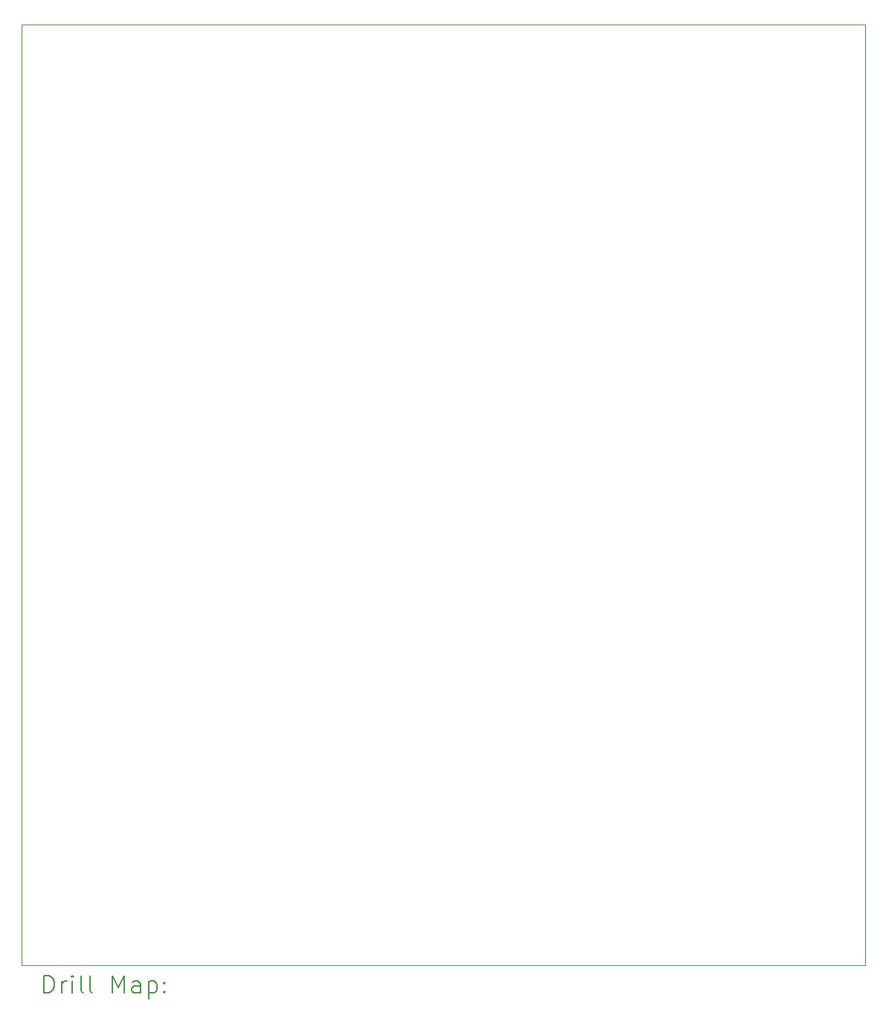
<source format=gbr>
%TF.GenerationSoftware,KiCad,Pcbnew,8.0.2*%
%TF.CreationDate,2024-08-26T09:48:10-06:00*%
%TF.ProjectId,Perfboard_1_Horizontal,50657266-626f-4617-9264-5f315f486f72,rev?*%
%TF.SameCoordinates,Original*%
%TF.FileFunction,Drillmap*%
%TF.FilePolarity,Positive*%
%FSLAX45Y45*%
G04 Gerber Fmt 4.5, Leading zero omitted, Abs format (unit mm)*
G04 Created by KiCad (PCBNEW 8.0.2) date 2024-08-26 09:48:10*
%MOMM*%
%LPD*%
G01*
G04 APERTURE LIST*
%ADD10C,0.050000*%
%ADD11C,0.025400*%
%ADD12C,0.200000*%
G04 APERTURE END LIST*
D10*
X10000000Y-13702000D02*
X10000000Y-3000000D01*
X10000000Y-3000000D02*
X19600000Y-3000000D01*
X19600000Y-3000000D02*
X19600000Y-13702000D01*
D11*
X19600000Y-13702000D02*
X10000000Y-13702000D01*
D12*
X10258277Y-14015984D02*
X10258277Y-13815984D01*
X10258277Y-13815984D02*
X10305896Y-13815984D01*
X10305896Y-13815984D02*
X10334467Y-13825508D01*
X10334467Y-13825508D02*
X10353515Y-13844555D01*
X10353515Y-13844555D02*
X10363039Y-13863603D01*
X10363039Y-13863603D02*
X10372563Y-13901698D01*
X10372563Y-13901698D02*
X10372563Y-13930269D01*
X10372563Y-13930269D02*
X10363039Y-13968365D01*
X10363039Y-13968365D02*
X10353515Y-13987412D01*
X10353515Y-13987412D02*
X10334467Y-14006460D01*
X10334467Y-14006460D02*
X10305896Y-14015984D01*
X10305896Y-14015984D02*
X10258277Y-14015984D01*
X10458277Y-14015984D02*
X10458277Y-13882650D01*
X10458277Y-13920746D02*
X10467801Y-13901698D01*
X10467801Y-13901698D02*
X10477324Y-13892174D01*
X10477324Y-13892174D02*
X10496372Y-13882650D01*
X10496372Y-13882650D02*
X10515420Y-13882650D01*
X10582086Y-14015984D02*
X10582086Y-13882650D01*
X10582086Y-13815984D02*
X10572563Y-13825508D01*
X10572563Y-13825508D02*
X10582086Y-13835031D01*
X10582086Y-13835031D02*
X10591610Y-13825508D01*
X10591610Y-13825508D02*
X10582086Y-13815984D01*
X10582086Y-13815984D02*
X10582086Y-13835031D01*
X10705896Y-14015984D02*
X10686848Y-14006460D01*
X10686848Y-14006460D02*
X10677324Y-13987412D01*
X10677324Y-13987412D02*
X10677324Y-13815984D01*
X10810658Y-14015984D02*
X10791610Y-14006460D01*
X10791610Y-14006460D02*
X10782086Y-13987412D01*
X10782086Y-13987412D02*
X10782086Y-13815984D01*
X11039229Y-14015984D02*
X11039229Y-13815984D01*
X11039229Y-13815984D02*
X11105896Y-13958841D01*
X11105896Y-13958841D02*
X11172563Y-13815984D01*
X11172563Y-13815984D02*
X11172563Y-14015984D01*
X11353515Y-14015984D02*
X11353515Y-13911222D01*
X11353515Y-13911222D02*
X11343991Y-13892174D01*
X11343991Y-13892174D02*
X11324943Y-13882650D01*
X11324943Y-13882650D02*
X11286848Y-13882650D01*
X11286848Y-13882650D02*
X11267801Y-13892174D01*
X11353515Y-14006460D02*
X11334467Y-14015984D01*
X11334467Y-14015984D02*
X11286848Y-14015984D01*
X11286848Y-14015984D02*
X11267801Y-14006460D01*
X11267801Y-14006460D02*
X11258277Y-13987412D01*
X11258277Y-13987412D02*
X11258277Y-13968365D01*
X11258277Y-13968365D02*
X11267801Y-13949317D01*
X11267801Y-13949317D02*
X11286848Y-13939793D01*
X11286848Y-13939793D02*
X11334467Y-13939793D01*
X11334467Y-13939793D02*
X11353515Y-13930269D01*
X11448753Y-13882650D02*
X11448753Y-14082650D01*
X11448753Y-13892174D02*
X11467801Y-13882650D01*
X11467801Y-13882650D02*
X11505896Y-13882650D01*
X11505896Y-13882650D02*
X11524943Y-13892174D01*
X11524943Y-13892174D02*
X11534467Y-13901698D01*
X11534467Y-13901698D02*
X11543991Y-13920746D01*
X11543991Y-13920746D02*
X11543991Y-13977888D01*
X11543991Y-13977888D02*
X11534467Y-13996936D01*
X11534467Y-13996936D02*
X11524943Y-14006460D01*
X11524943Y-14006460D02*
X11505896Y-14015984D01*
X11505896Y-14015984D02*
X11467801Y-14015984D01*
X11467801Y-14015984D02*
X11448753Y-14006460D01*
X11629705Y-13996936D02*
X11639229Y-14006460D01*
X11639229Y-14006460D02*
X11629705Y-14015984D01*
X11629705Y-14015984D02*
X11620182Y-14006460D01*
X11620182Y-14006460D02*
X11629705Y-13996936D01*
X11629705Y-13996936D02*
X11629705Y-14015984D01*
X11629705Y-13892174D02*
X11639229Y-13901698D01*
X11639229Y-13901698D02*
X11629705Y-13911222D01*
X11629705Y-13911222D02*
X11620182Y-13901698D01*
X11620182Y-13901698D02*
X11629705Y-13892174D01*
X11629705Y-13892174D02*
X11629705Y-13911222D01*
M02*

</source>
